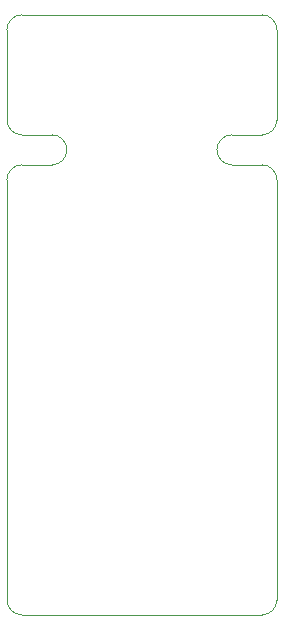
<source format=gko>
G04 Layer_Color=16711935*
%FSLAX25Y25*%
%MOIN*%
G70*
G01*
G75*
%ADD77C,0.00100*%
D77*
X170000Y255000D02*
G03*
X175000Y250000I5000J0D01*
G01*
Y260000D02*
G03*
X170000Y255000I0J-5000D01*
G01*
X120000D02*
G03*
X115000Y260000I-5000J0D01*
G01*
Y250000D02*
G03*
X120000Y255000I0J5000D01*
G01*
X190000Y295000D02*
G03*
X185000Y300000I-5000J0D01*
G01*
Y260000D02*
G03*
X190000Y265000I0J5000D01*
G01*
X105000Y300000D02*
G03*
X100000Y295000I0J-5000D01*
G01*
Y265000D02*
G03*
X105000Y260000I5000J0D01*
G01*
Y250000D02*
G03*
X100000Y245000I0J-5000D01*
G01*
X190000D02*
G03*
X185000Y250000I-5000J0D01*
G01*
Y100000D02*
G03*
X190000Y105000I0J5000D01*
G01*
X100000D02*
G03*
X105000Y100000I5000J0D01*
G01*
Y250000D02*
X115000D01*
X105000Y260000D02*
X115000D01*
X105000Y300000D02*
X185000D01*
X190000Y265000D02*
Y295000D01*
X175000Y260000D02*
X185000D01*
X100000Y265000D02*
Y295000D01*
Y105000D02*
Y245000D01*
X175000Y250000D02*
X185000D01*
X190000Y105000D02*
Y245000D01*
X105000Y100000D02*
X185000D01*
M02*

</source>
